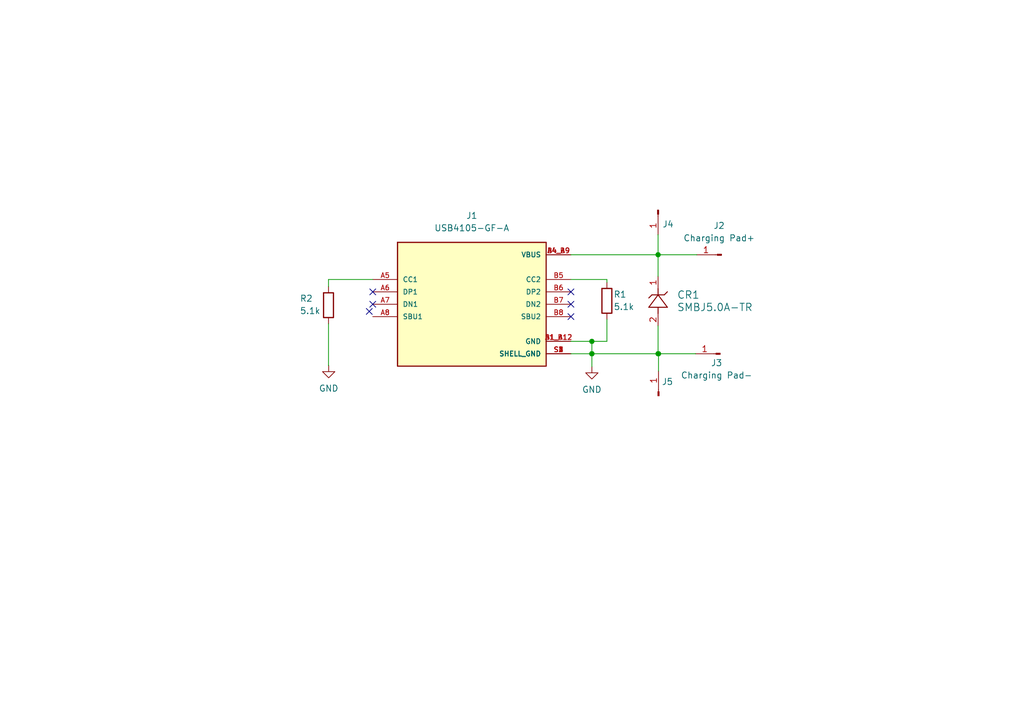
<source format=kicad_sch>
(kicad_sch (version 20230121) (generator eeschema)
  (paper "A5")
  (lib_symbols
    (symbol "Connector:Conn_01x01_Pin" (pin_names (offset 1.016) hide)
      (property "Reference" "J" (at 0 2.54 0))
      (property "Value" "Conn_01x01_Pin" (at 0 -2.54 0))
      (symbol "Conn_01x01_Pin_1_1"
        (polyline (pts (xy 1.27 0) (xy 0.8636 0)) (stroke (width 0.1524)))
        (rectangle (start 0.8636 0.127) (end 0 -0.127) (stroke (width 0.1524)) (fill (type outline)))
        (pin passive line (at 5.08 0 180) (length 3.81) (name "Pin_1") (number "1"))
      )
    )
    (symbol "Device:R" (pin_numbers hide) (pin_names (offset 0))
      (property "Reference" "R" (at 2.032 0 90))
      (property "Value" "R" (at 0 0 90))
      (symbol "R_0_1"
        (rectangle (start -1.016 -2.54) (end 1.016 2.54) (stroke (width 0.254)))
      )
      (symbol "R_1_1"
        (pin passive line (at 0 3.81 270) (length 1.27) (name "~") (number "1"))
        (pin passive line (at 0 -3.81 90) (length 1.27) (name "~") (number "2"))
      )
    )
    (symbol "SMBJ5-0A-TR:SMBJ5.0A-TR" (pin_names (offset 0.254))
      (property "Reference" "CR" (at 0 0 0))
      (property "Value" "SMBJ5.0A-TR" (at 0 0 0))
      (symbol "SMBJ5.0A-TR_0_1"
        (polyline (pts (xy 2.54 0) (xy 3.81 0)) (stroke (width 0.2032)))
        (polyline (pts (xy 3.175 1.905) (xy 3.81 1.27)) (stroke (width 0.2032)))
        (polyline (pts (xy 3.81 -1.27) (xy 4.445 -1.905)) (stroke (width 0.2032)))
        (polyline (pts (xy 3.81 0) (xy 6.35 -1.905)) (stroke (width 0.2032)))
        (polyline (pts (xy 3.81 1.27) (xy 3.81 -1.27)) (stroke (width 0.2032)))
        (polyline (pts (xy 6.35 -1.905) (xy 6.35 1.905)) (stroke (width 0.2032)))
        (polyline (pts (xy 6.35 1.905) (xy 3.81 0)) (stroke (width 0.2032)))
        (polyline (pts (xy 7.62 0) (xy 6.35 0)) (stroke (width 0.2032)))
        (pin unspecified line (at 0 0 0) (length 2.54) (name "") (number "1"))
        (pin unspecified line (at 10.16 0 180) (length 2.54) (name "") (number "2"))
      )
    )
    (symbol "USB4105-GF-A:USB4105-GF-A" (pin_names (offset 1.016))
      (property "Reference" "J" (at -15.24 13.97 0))
      (property "Value" "USB4105-GF-A" (at -15.24 -15.24 0))
      (symbol "USB4105-GF-A_0_0"
        (rectangle (start -15.24 -12.7) (end 15.24 12.7) (stroke (width 0.254)) (fill (type background)))
        (pin power_in line (at 20.32 -7.62 180) (length 5.08) (name "GND") (number "A1_B12"))
        (pin power_in line (at 20.32 10.16 180) (length 5.08) (name "VBUS") (number "A4_B9"))
        (pin bidirectional line (at -20.32 5.08 0) (length 5.08) (name "CC1") (number "A5"))
        (pin bidirectional line (at -20.32 2.54 0) (length 5.08) (name "DP1") (number "A6"))
        (pin bidirectional line (at -20.32 0 0) (length 5.08) (name "DN1") (number "A7"))
        (pin bidirectional line (at -20.32 -2.54 0) (length 5.08) (name "SBU1") (number "A8"))
        (pin power_in line (at 20.32 -7.62 180) (length 5.08) (name "GND") (number "B1_A12"))
        (pin power_in line (at 20.32 10.16 180) (length 5.08) (name "VBUS") (number "B4_A9"))
        (pin bidirectional line (at 20.32 5.08 180) (length 5.08) (name "CC2") (number "B5"))
        (pin bidirectional line (at 20.32 2.54 180) (length 5.08) (name "DP2") (number "B6"))
        (pin bidirectional line (at 20.32 0 180) (length 5.08) (name "DN2") (number "B7"))
        (pin bidirectional line (at 20.32 -2.54 180) (length 5.08) (name "SBU2") (number "B8"))
        (pin power_in line (at 20.32 -10.16 180) (length 5.08) (name "SHELL_GND") (number "S1"))
        (pin power_in line (at 20.32 -10.16 180) (length 5.08) (name "SHELL_GND") (number "S2"))
        (pin power_in line (at 20.32 -10.16 180) (length 5.08) (name "SHELL_GND") (number "S3"))
        (pin power_in line (at 20.32 -10.16 180) (length 5.08) (name "SHELL_GND") (number "S4"))
      )
    )
    (symbol "power:GND" (power) (pin_names (offset 0))
      (property "Value" "GND" (at 0 -3.81 0))
      (symbol "GND_0_1"
        (polyline (pts (xy 0 0) (xy 0 -1.27) (xy 1.27 -1.27) (xy 0 -2.54) (xy -1.27 -1.27) (xy 0 -1.27)))
      )
      (symbol "GND_1_1"
        (pin power_in line (at 0 0 270) (length 0) hide (name "GND") (number "1"))
      )
    )
  )
  (junction (at 135.0497 72.5964))
  (junction (at 121.3808 72.6001))
  (junction (at 121.3808 72.5964))
  (junction (at 134.9639 72.5964))
  (junction (at 121.3808 70.0601))
  (junction (at 134.9639 52.2801))
  (no_connect (at 117.0873 59.9001))
  (no_connect (at 76.4473 59.9001))
  (no_connect (at 117.0873 62.4401))
  (no_connect (at 75.7314 63.9093))
  (no_connect (at 76.4473 62.4401))
  (no_connect (at 117.0873 64.9801))
  (wire (pts (xy 135.0497 72.5964) (xy 142.6203 72.5964)))
  (wire (pts (xy 67.3716 57.3601) (xy 67.3716 58.8206)))
  (wire (pts (xy 134.9639 52.2801) (xy 134.9639 48.1905)))
  (wire (pts (xy 67.3716 66.4406) (xy 67.3716 75.0007)))
  (wire (pts (xy 121.3808 72.5964) (xy 121.3808 72.6001)))
  (wire (pts (xy 134.9639 52.2801) (xy 142.8908 52.2801)))
  (wire (pts (xy 134.9639 48.1905) (xy 134.9651 48.1905)))
  (wire (pts (xy 142.6203 72.5964) (xy 142.6203 72.6077)))
  (wire (pts (xy 121.3808 70.0601) (xy 121.3808 72.5964)))
  (wire (pts (xy 76.4473 57.3601) (xy 67.3716 57.3601)))
  (wire (pts (xy 121.3808 72.5964) (xy 134.9639 72.5964)))
  (wire (pts (xy 124.4636 57.3601) (xy 124.4636 57.9303)))
  (wire (pts (xy 121.3808 75.2463) (xy 121.3808 72.6001)))
  (wire (pts (xy 67.3716 75.0007) (xy 67.4101 75.0007)))
  (wire (pts (xy 135.0497 76.1621) (xy 135.0497 72.5964)))
  (wire (pts (xy 117.0873 52.2801) (xy 134.9639 52.2801)))
  (wire (pts (xy 124.4636 65.5503) (xy 124.4636 70.0601)))
  (wire (pts (xy 134.9639 72.5964) (xy 135.0497 72.5964)))
  (wire (pts (xy 121.3808 72.6001) (xy 117.0873 72.6001)))
  (wire (pts (xy 142.8908 52.2801) (xy 142.8908 52.2878)))
  (wire (pts (xy 117.0873 57.3601) (xy 124.4636 57.3601)))
  (wire (pts (xy 134.9639 52.2801) (xy 134.9639 56.7067)))
  (wire (pts (xy 117.0873 70.0601) (xy 121.3808 70.0601)))
  (wire (pts (xy 124.4636 70.0601) (xy 121.3808 70.0601)))
  (wire (pts (xy 134.9639 66.8667) (xy 134.9639 72.5964)))
  (symbol (lib_id "Connector:Conn_01x01_Pin") (at 147.9708 52.2878 180) (unit 1)
    (property "Reference" "J2" (at 147.4809 46.3181 0))
    (property "Value" "Charging Pad+" (at 147.4809 48.8581 0))
    (property "Footprint" "power_pad:power_pad_5mm" (effects hide))
  )
  (symbol (lib_id "Connector:Conn_01x01_Pin") (at 147.7003 72.6077 180) (unit 1)
    (property "Reference" "J3" (at 146.9651 74.4787 0))
    (property "Value" "Charging Pad-" (at 146.9651 77.0187 0))
    (property "Footprint" "power_pad:power_pad_5mm" (effects hide))
  )
  (symbol (lib_id "power:GND") (at 67.4101 75.0007 0) (unit 1)
    (property "Reference" "#PWR02" (effects hide))
    (property "Value" "GND" (at 67.4101 79.7067 0))
  )
  (symbol (lib_id "Device:R") (at 124.4636 61.7403 0) (unit 1)
    (property "Reference" "R1" (at 125.8197 60.4148 0) (effects (justify left)))
    (property "Value" "5.1k" (at 125.8197 62.9548 0) (effects (justify left)))
    (property "Footprint" "Resistor_SMD:R_0603_1608Metric" (effects hide))
  )
  (symbol (lib_id "Device:R") (at 67.3716 62.6306 0) (unit 1)
    (property "Reference" "R2" (at 61.4728 61.2537 0) (effects (justify left)))
    (property "Value" "5.1k" (at 61.4728 63.7937 0) (effects (justify left)))
    (property "Footprint" "Resistor_SMD:R_0603_1608Metric" (effects hide))
  )
  (symbol (lib_id "Connector:Conn_01x01_Pin") (at 134.9651 43.1105 270) (unit 1)
    (property "Reference" "J4" (at 137.0181 46.013 90))
    (property "Value" "Charging Pad+" (effects hide))
    (property "Footprint" "Connector_PinHeader_2.54mm:PinHeader_1x01_P2.54mm_Vertical" (effects hide))
  )
  (symbol (lib_id "power:GND") (at 121.3808 75.2463 0) (unit 1)
    (property "Reference" "#PWR01" (effects hide))
    (property "Value" "GND" (at 121.3808 79.9523 0))
  )
  (symbol (lib_id "SMBJ5-0A-TR:SMBJ5.0A-TR") (at 134.9639 56.7067 270) (unit 1)
    (property "Reference" "CR1" (at 138.7906 60.5167 90) (effects (font (size 1.524 1.524)) (justify left)))
    (property "Value" "SMBJ5.0A-TR" (at 138.7906 63.0567 90) (effects (font (size 1.524 1.524)) (justify left)))
    (property "Footprint" "SMB_STM" (effects hide))
    (property "Datasheet" "SMBJ5.0A-TR" (effects hide))
  )
  (symbol (lib_id "Connector:Conn_01x01_Pin") (at 135.0497 81.2421 90) (unit 1)
    (property "Reference" "J5" (at 136.8903 78.3395 90))
    (property "Value" "Charging Pad+" (effects hide))
    (property "Footprint" "Connector_PinHeader_2.54mm:PinHeader_1x01_P2.54mm_Vertical" (effects hide))
  )
  (symbol (lib_id "USB4105-GF-A:USB4105-GF-A") (at 96.7673 62.4401 0) (unit 1)
    (property "Reference" "J1" (at 96.7673 44.2579 0))
    (property "Value" "USB4105-GF-A" (at 96.7673 46.7979 0))
    (property "Footprint" "GCT_USB4105-GF-A" (effects hide))
    (property "PARTREV" "A3" (effects hide))
    (property "STANDARD" "Manufacturer Recommendations" (effects hide))
    (property "MAXIMUM_PACKAGE_HEIGHT" "3.31 mm" (effects hide))
    (property "MANUFACTURER" "GCT" (effects hide))
  )
)
</source>
